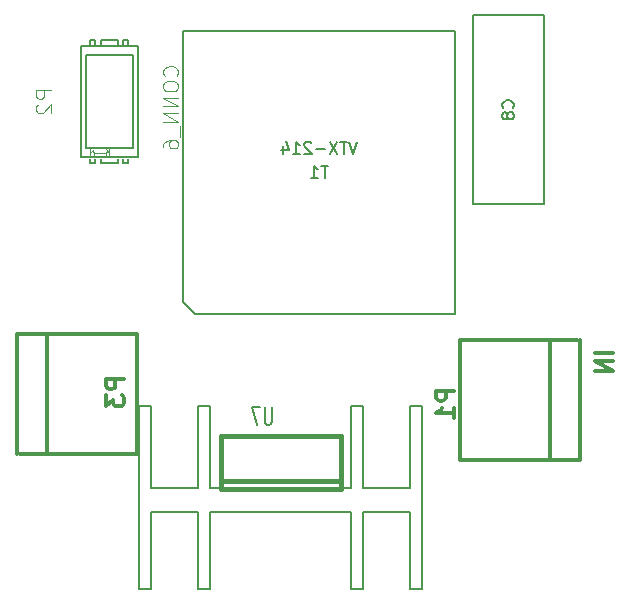
<source format=gbr>
G04 #@! TF.FileFunction,Legend,Bot*
%FSLAX46Y46*%
G04 Gerber Fmt 4.6, Leading zero omitted, Abs format (unit mm)*
G04 Created by KiCad (PCBNEW 4.0.2+dfsg1-stable) date dim. 11 sept. 2016 16:56:50 CEST*
%MOMM*%
G01*
G04 APERTURE LIST*
%ADD10C,0.150000*%
%ADD11C,0.381000*%
%ADD12C,0.304800*%
%ADD13C,0.203200*%
%ADD14C,0.101600*%
%ADD15C,0.088900*%
G04 APERTURE END LIST*
D10*
X62500000Y-90750000D02*
X61500000Y-90750000D01*
X61500000Y-90750000D02*
X61500000Y-84250000D01*
X61500000Y-84250000D02*
X57500000Y-84250000D01*
X57500000Y-84250000D02*
X57500000Y-90750000D01*
X57500000Y-90750000D02*
X56500000Y-90750000D01*
X56500000Y-90750000D02*
X56500000Y-75250000D01*
X56500000Y-75250000D02*
X57500000Y-75250000D01*
X57500000Y-75250000D02*
X57500000Y-82250000D01*
X57500000Y-82250000D02*
X61500000Y-82250000D01*
X61500000Y-82250000D02*
X61500000Y-75250000D01*
X61500000Y-75250000D02*
X62500000Y-75250000D01*
X62500000Y-75250000D02*
X62500000Y-82250000D01*
X80500000Y-75250000D02*
X80500000Y-90750000D01*
X80500000Y-90750000D02*
X79500000Y-90750000D01*
X79500000Y-90750000D02*
X79500000Y-84250000D01*
X79500000Y-84250000D02*
X75500000Y-84250000D01*
X75500000Y-84250000D02*
X75500000Y-90750000D01*
X75500000Y-90750000D02*
X74500000Y-90750000D01*
X74500000Y-90750000D02*
X74500000Y-84250000D01*
X74500000Y-84250000D02*
X62500000Y-84250000D01*
X62500000Y-84250000D02*
X62500000Y-90750000D01*
X62500000Y-82250000D02*
X74500000Y-82250000D01*
X74500000Y-75250000D02*
X74500000Y-82250000D01*
X74500000Y-75250000D02*
X75500000Y-75250000D01*
X75500000Y-82250000D02*
X75500000Y-75250000D01*
X75500000Y-82250000D02*
X79500000Y-82250000D01*
X79500000Y-75250000D02*
X79500000Y-82250000D01*
X79500000Y-75250000D02*
X80500000Y-75250000D01*
D11*
X63420000Y-81655000D02*
X63420000Y-82290000D01*
X63420000Y-82290000D02*
X73580000Y-82290000D01*
X73580000Y-82290000D02*
X73580000Y-81655000D01*
X63420000Y-77845000D02*
X63420000Y-81655000D01*
X63420000Y-81655000D02*
X73580000Y-81655000D01*
X73580000Y-81655000D02*
X73580000Y-77845000D01*
X73580000Y-77845000D02*
X63420000Y-77845000D01*
D12*
X46424000Y-79330000D02*
X56330000Y-79330000D01*
X56330000Y-69170000D02*
X46170000Y-69170000D01*
X48710000Y-69170000D02*
X48710000Y-79330000D01*
X56330000Y-69170000D02*
X56330000Y-79330000D01*
X46170000Y-79330000D02*
X46170000Y-69170000D01*
D10*
X83250000Y-43500000D02*
X83250000Y-67500000D01*
X60250000Y-66500000D02*
X60250000Y-43500000D01*
X83250000Y-67500000D02*
X61250000Y-67500000D01*
X61250000Y-67500000D02*
X60250000Y-66500000D01*
X60250000Y-43500000D02*
X83250000Y-43500000D01*
D13*
X55998980Y-45570620D02*
X52001020Y-45570620D01*
X52001020Y-45570620D02*
X52001020Y-53429380D01*
X52001020Y-53429380D02*
X55998980Y-53429380D01*
X55998980Y-53429380D02*
X55998980Y-45570620D01*
X56397760Y-44770520D02*
X51602240Y-44770520D01*
X51602240Y-44770520D02*
X51602240Y-54229480D01*
X51602240Y-54229480D02*
X56397760Y-54229480D01*
X56397760Y-54229480D02*
X56397760Y-44770520D01*
X53301500Y-54328540D02*
X53301500Y-54729860D01*
X53301500Y-54729860D02*
X54698500Y-54729860D01*
X54698500Y-54729860D02*
X54698500Y-54328540D01*
X52801120Y-54328540D02*
X52801120Y-54729860D01*
X52801120Y-54729860D02*
X52402340Y-54729860D01*
X52402340Y-54729860D02*
X52402340Y-54328540D01*
X55198880Y-54328540D02*
X55198880Y-54729860D01*
X55198880Y-54729860D02*
X55597660Y-54729860D01*
X55597660Y-54729860D02*
X55597660Y-54328540D01*
X52801120Y-44671460D02*
X52801120Y-44270140D01*
X52801120Y-44270140D02*
X52402340Y-44270140D01*
X52402340Y-44270140D02*
X52402340Y-44671460D01*
X55198880Y-44671460D02*
X55198880Y-44270140D01*
X55198880Y-44270140D02*
X55597660Y-44270140D01*
X55597660Y-44270140D02*
X55597660Y-44671460D01*
X53301500Y-44671460D02*
X53301500Y-44270140D01*
X53301500Y-44270140D02*
X54698500Y-44270140D01*
X54698500Y-44270140D02*
X54698500Y-44671460D01*
D14*
X52402340Y-53528440D02*
X52402340Y-53828160D01*
X52402340Y-53828160D02*
X52402340Y-54127880D01*
X54000000Y-53528440D02*
X54000000Y-53828160D01*
X54000000Y-53828160D02*
X54000000Y-54127880D01*
X52702060Y-54127880D02*
X52702060Y-53828160D01*
X52702060Y-53828160D02*
X53700280Y-53828160D01*
X53700280Y-53828160D02*
X53700280Y-54127880D01*
X52702060Y-53528440D02*
X52402340Y-53828160D01*
X53700280Y-53528440D02*
X54000000Y-53828160D01*
X52600460Y-53729100D02*
X52702060Y-53828160D01*
X53801880Y-53729100D02*
X53700280Y-53828160D01*
D10*
X90800000Y-58200000D02*
X90800000Y-42200000D01*
X90800000Y-42200000D02*
X84800000Y-42200000D01*
X84800000Y-42200000D02*
X84800000Y-58200000D01*
X84800000Y-58200000D02*
X90800000Y-58200000D01*
D12*
X93576000Y-69670000D02*
X83670000Y-69670000D01*
X83670000Y-79830000D02*
X93830000Y-79830000D01*
X91290000Y-79830000D02*
X91290000Y-69670000D01*
X83670000Y-79830000D02*
X83670000Y-69670000D01*
X93830000Y-69670000D02*
X93830000Y-79830000D01*
D13*
X67750095Y-75359429D02*
X67750095Y-76593143D01*
X67701714Y-76738286D01*
X67653333Y-76810857D01*
X67556571Y-76883429D01*
X67363048Y-76883429D01*
X67266286Y-76810857D01*
X67217905Y-76738286D01*
X67169524Y-76593143D01*
X67169524Y-75359429D01*
X66782476Y-75359429D02*
X66105143Y-75359429D01*
X66540571Y-76883429D01*
D12*
X55241429Y-72998143D02*
X53717429Y-72998143D01*
X53717429Y-73578715D01*
X53790000Y-73723857D01*
X53862571Y-73796429D01*
X54007714Y-73869000D01*
X54225429Y-73869000D01*
X54370571Y-73796429D01*
X54443143Y-73723857D01*
X54515714Y-73578715D01*
X54515714Y-72998143D01*
X53717429Y-74377000D02*
X53717429Y-75320429D01*
X54298000Y-74812429D01*
X54298000Y-75030143D01*
X54370571Y-75175286D01*
X54443143Y-75247857D01*
X54588286Y-75320429D01*
X54951143Y-75320429D01*
X55096286Y-75247857D01*
X55168857Y-75175286D01*
X55241429Y-75030143D01*
X55241429Y-74594715D01*
X55168857Y-74449572D01*
X55096286Y-74377000D01*
D10*
X72511905Y-54952381D02*
X71940476Y-54952381D01*
X72226191Y-55952381D02*
X72226191Y-54952381D01*
X71083333Y-55952381D02*
X71654762Y-55952381D01*
X71369048Y-55952381D02*
X71369048Y-54952381D01*
X71464286Y-55095238D01*
X71559524Y-55190476D01*
X71654762Y-55238095D01*
X74988095Y-52920381D02*
X74654762Y-53920381D01*
X74321428Y-52920381D01*
X74130952Y-52920381D02*
X73559523Y-52920381D01*
X73845238Y-53920381D02*
X73845238Y-52920381D01*
X73321428Y-52920381D02*
X72654761Y-53920381D01*
X72654761Y-52920381D02*
X73321428Y-53920381D01*
X72273809Y-53539429D02*
X71511904Y-53539429D01*
X71083333Y-53015619D02*
X71035714Y-52968000D01*
X70940476Y-52920381D01*
X70702380Y-52920381D01*
X70607142Y-52968000D01*
X70559523Y-53015619D01*
X70511904Y-53110857D01*
X70511904Y-53206095D01*
X70559523Y-53348952D01*
X71130952Y-53920381D01*
X70511904Y-53920381D01*
X69559523Y-53920381D02*
X70130952Y-53920381D01*
X69845238Y-53920381D02*
X69845238Y-52920381D01*
X69940476Y-53063238D01*
X70035714Y-53158476D01*
X70130952Y-53206095D01*
X68702380Y-53253714D02*
X68702380Y-53920381D01*
X68940476Y-52872762D02*
X69178571Y-53587048D01*
X68559523Y-53587048D01*
D15*
X49074524Y-48562619D02*
X47804524Y-48562619D01*
X47804524Y-49046428D01*
X47865000Y-49167381D01*
X47925476Y-49227857D01*
X48046429Y-49288333D01*
X48227857Y-49288333D01*
X48348810Y-49227857D01*
X48409286Y-49167381D01*
X48469762Y-49046428D01*
X48469762Y-48562619D01*
X47925476Y-49772143D02*
X47865000Y-49832619D01*
X47804524Y-49953571D01*
X47804524Y-50255952D01*
X47865000Y-50376905D01*
X47925476Y-50437381D01*
X48046429Y-50497857D01*
X48167381Y-50497857D01*
X48348810Y-50437381D01*
X49074524Y-49711667D01*
X49074524Y-50497857D01*
X59703571Y-47308810D02*
X59764048Y-47248334D01*
X59824524Y-47066905D01*
X59824524Y-46945953D01*
X59764048Y-46764525D01*
X59643095Y-46643572D01*
X59522143Y-46583096D01*
X59280238Y-46522620D01*
X59098810Y-46522620D01*
X58856905Y-46583096D01*
X58735952Y-46643572D01*
X58615000Y-46764525D01*
X58554524Y-46945953D01*
X58554524Y-47066905D01*
X58615000Y-47248334D01*
X58675476Y-47308810D01*
X58554524Y-48095001D02*
X58554524Y-48336905D01*
X58615000Y-48457858D01*
X58735952Y-48578810D01*
X58977857Y-48639286D01*
X59401190Y-48639286D01*
X59643095Y-48578810D01*
X59764048Y-48457858D01*
X59824524Y-48336905D01*
X59824524Y-48095001D01*
X59764048Y-47974048D01*
X59643095Y-47853096D01*
X59401190Y-47792620D01*
X58977857Y-47792620D01*
X58735952Y-47853096D01*
X58615000Y-47974048D01*
X58554524Y-48095001D01*
X59824524Y-49183572D02*
X58554524Y-49183572D01*
X59824524Y-49909286D01*
X58554524Y-49909286D01*
X59824524Y-50514048D02*
X58554524Y-50514048D01*
X59824524Y-51239762D01*
X58554524Y-51239762D01*
X59945476Y-51542143D02*
X59945476Y-52509762D01*
X58554524Y-53356429D02*
X58554524Y-53114524D01*
X58615000Y-52993572D01*
X58675476Y-52933095D01*
X58856905Y-52812143D01*
X59098810Y-52751667D01*
X59582619Y-52751667D01*
X59703571Y-52812143D01*
X59764048Y-52872619D01*
X59824524Y-52993572D01*
X59824524Y-53235476D01*
X59764048Y-53356429D01*
X59703571Y-53416905D01*
X59582619Y-53477381D01*
X59280238Y-53477381D01*
X59159286Y-53416905D01*
X59098810Y-53356429D01*
X59038333Y-53235476D01*
X59038333Y-52993572D01*
X59098810Y-52872619D01*
X59159286Y-52812143D01*
X59280238Y-52751667D01*
D13*
X88162857Y-50030667D02*
X88211238Y-49982286D01*
X88259619Y-49837143D01*
X88259619Y-49740381D01*
X88211238Y-49595239D01*
X88114476Y-49498477D01*
X88017714Y-49450096D01*
X87824190Y-49401715D01*
X87679048Y-49401715D01*
X87485524Y-49450096D01*
X87388762Y-49498477D01*
X87292000Y-49595239D01*
X87243619Y-49740381D01*
X87243619Y-49837143D01*
X87292000Y-49982286D01*
X87340381Y-50030667D01*
X87679048Y-50611239D02*
X87630667Y-50514477D01*
X87582286Y-50466096D01*
X87485524Y-50417715D01*
X87437143Y-50417715D01*
X87340381Y-50466096D01*
X87292000Y-50514477D01*
X87243619Y-50611239D01*
X87243619Y-50804762D01*
X87292000Y-50901524D01*
X87340381Y-50949905D01*
X87437143Y-50998286D01*
X87485524Y-50998286D01*
X87582286Y-50949905D01*
X87630667Y-50901524D01*
X87679048Y-50804762D01*
X87679048Y-50611239D01*
X87727429Y-50514477D01*
X87775810Y-50466096D01*
X87872571Y-50417715D01*
X88066095Y-50417715D01*
X88162857Y-50466096D01*
X88211238Y-50514477D01*
X88259619Y-50611239D01*
X88259619Y-50804762D01*
X88211238Y-50901524D01*
X88162857Y-50949905D01*
X88066095Y-50998286D01*
X87872571Y-50998286D01*
X87775810Y-50949905D01*
X87727429Y-50901524D01*
X87679048Y-50804762D01*
D12*
X83217429Y-73987143D02*
X81693429Y-73987143D01*
X81693429Y-74567715D01*
X81766000Y-74712857D01*
X81838571Y-74785429D01*
X81983714Y-74858000D01*
X82201429Y-74858000D01*
X82346571Y-74785429D01*
X82419143Y-74712857D01*
X82491714Y-74567715D01*
X82491714Y-73987143D01*
X83217429Y-76309429D02*
X83217429Y-75438572D01*
X83217429Y-75874000D02*
X81693429Y-75874000D01*
X81911143Y-75728857D01*
X82056286Y-75583715D01*
X82128857Y-75438572D01*
X96679429Y-70757715D02*
X95155429Y-70757715D01*
X96679429Y-71483429D02*
X95155429Y-71483429D01*
X96679429Y-72354286D01*
X95155429Y-72354286D01*
M02*

</source>
